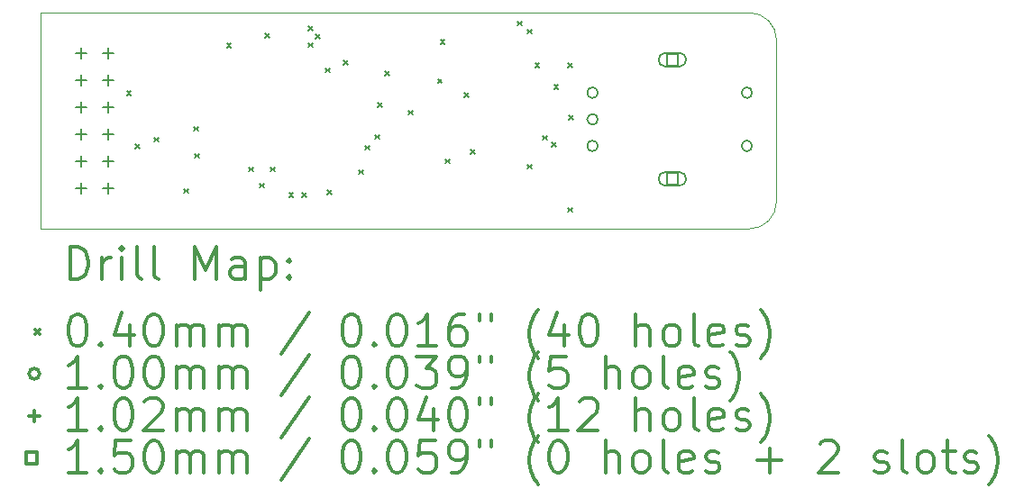
<source format=gbr>
%FSLAX45Y45*%
G04 Gerber Fmt 4.5, Leading zero omitted, Abs format (unit mm)*
G04 Created by KiCad (PCBNEW (5.1.9-0-10_14)) date 2021-05-04 13:02:18*
%MOMM*%
%LPD*%
G01*
G04 APERTURE LIST*
%TA.AperFunction,Profile*%
%ADD10C,0.120000*%
%TD*%
%ADD11C,0.200000*%
%ADD12C,0.300000*%
G04 APERTURE END LIST*
D10*
X8693150Y-11176000D02*
G75*
G02*
X8439150Y-11430000I-254000J0D01*
G01*
X8439150Y-9398000D02*
G75*
G02*
X8693150Y-9652000I0J-254000D01*
G01*
X1778000Y-11430000D02*
X1778000Y-9398000D01*
X8439150Y-11430000D02*
X1778000Y-11430000D01*
X8693150Y-9652000D02*
X8693150Y-11176000D01*
X1778000Y-9398000D02*
X8439150Y-9398000D01*
D11*
X2589850Y-10133650D02*
X2629850Y-10173650D01*
X2629850Y-10133650D02*
X2589850Y-10173650D01*
X2672400Y-10635300D02*
X2712400Y-10675300D01*
X2712400Y-10635300D02*
X2672400Y-10675300D01*
X2850200Y-10571800D02*
X2890200Y-10611800D01*
X2890200Y-10571800D02*
X2850200Y-10611800D01*
X3129600Y-11054400D02*
X3169600Y-11094400D01*
X3169600Y-11054400D02*
X3129600Y-11094400D01*
X3218500Y-10470200D02*
X3258500Y-10510200D01*
X3258500Y-10470200D02*
X3218500Y-10510200D01*
X3231200Y-10724200D02*
X3271200Y-10764200D01*
X3271200Y-10724200D02*
X3231200Y-10764200D01*
X3531475Y-9687325D02*
X3571475Y-9727325D01*
X3571475Y-9687325D02*
X3531475Y-9727325D01*
X3739200Y-10851200D02*
X3779200Y-10891200D01*
X3779200Y-10851200D02*
X3739200Y-10891200D01*
X3840800Y-11003600D02*
X3880800Y-11043600D01*
X3880800Y-11003600D02*
X3840800Y-11043600D01*
X3891600Y-9593900D02*
X3931600Y-9633900D01*
X3931600Y-9593900D02*
X3891600Y-9633900D01*
X3942400Y-10851200D02*
X3982400Y-10891200D01*
X3982400Y-10851200D02*
X3942400Y-10891200D01*
X4115105Y-11092500D02*
X4155105Y-11132500D01*
X4155105Y-11092500D02*
X4115105Y-11132500D01*
X4234500Y-11092500D02*
X4274500Y-11132500D01*
X4274500Y-11092500D02*
X4234500Y-11132500D01*
X4298000Y-9524101D02*
X4338000Y-9564101D01*
X4338000Y-9524101D02*
X4298000Y-9564101D01*
X4298000Y-9682800D02*
X4338000Y-9722800D01*
X4338000Y-9682800D02*
X4298000Y-9722800D01*
X4362044Y-9600902D02*
X4402044Y-9640902D01*
X4402044Y-9600902D02*
X4362044Y-9640902D01*
X4456750Y-9917750D02*
X4496750Y-9957750D01*
X4496750Y-9917750D02*
X4456750Y-9957750D01*
X4475800Y-11067100D02*
X4515800Y-11107100D01*
X4515800Y-11067100D02*
X4475800Y-11107100D01*
X4628200Y-9847900D02*
X4668200Y-9887900D01*
X4668200Y-9847900D02*
X4628200Y-9887900D01*
X4767900Y-10876600D02*
X4807900Y-10916600D01*
X4807900Y-10876600D02*
X4767900Y-10916600D01*
X4831400Y-10648000D02*
X4871400Y-10688000D01*
X4871400Y-10648000D02*
X4831400Y-10688000D01*
X4920300Y-10546400D02*
X4960300Y-10586400D01*
X4960300Y-10546400D02*
X4920300Y-10586400D01*
X4949340Y-10245240D02*
X4989340Y-10285240D01*
X4989340Y-10245240D02*
X4949340Y-10285240D01*
X5014725Y-9948675D02*
X5054725Y-9988675D01*
X5054725Y-9948675D02*
X5014725Y-9988675D01*
X5237800Y-10317800D02*
X5277800Y-10357800D01*
X5277800Y-10317800D02*
X5237800Y-10357800D01*
X5510850Y-10021175D02*
X5550850Y-10061175D01*
X5550850Y-10021175D02*
X5510850Y-10061175D01*
X5536250Y-9650317D02*
X5576250Y-9690317D01*
X5576250Y-9650317D02*
X5536250Y-9690317D01*
X5580700Y-10775000D02*
X5620700Y-10815000D01*
X5620700Y-10775000D02*
X5580700Y-10815000D01*
X5758500Y-10152700D02*
X5798500Y-10192700D01*
X5798500Y-10152700D02*
X5758500Y-10192700D01*
X5822000Y-10686100D02*
X5862000Y-10726100D01*
X5862000Y-10686100D02*
X5822000Y-10726100D01*
X6260150Y-9479600D02*
X6300150Y-9519600D01*
X6300150Y-9479600D02*
X6260150Y-9519600D01*
X6355400Y-9555800D02*
X6395400Y-9595800D01*
X6395400Y-9555800D02*
X6355400Y-9595800D01*
X6355400Y-10825800D02*
X6395400Y-10865800D01*
X6395400Y-10825800D02*
X6355400Y-10865800D01*
X6425250Y-9873300D02*
X6465250Y-9913300D01*
X6465250Y-9873300D02*
X6425250Y-9913300D01*
X6495100Y-10552750D02*
X6535100Y-10592750D01*
X6535100Y-10552750D02*
X6495100Y-10592750D01*
X6584000Y-10616250D02*
X6624000Y-10656250D01*
X6624000Y-10616250D02*
X6584000Y-10656250D01*
X6604000Y-10074000D02*
X6644000Y-10114000D01*
X6644000Y-10074000D02*
X6604000Y-10114000D01*
X6736400Y-9873300D02*
X6776400Y-9913300D01*
X6776400Y-9873300D02*
X6736400Y-9913300D01*
X6736400Y-11232200D02*
X6776400Y-11272200D01*
X6776400Y-11232200D02*
X6736400Y-11272200D01*
X6742750Y-10363999D02*
X6782750Y-10403999D01*
X6782750Y-10363999D02*
X6742750Y-10403999D01*
X7015250Y-10150100D02*
G75*
G03*
X7015250Y-10150100I-50000J0D01*
G01*
X7015250Y-10400100D02*
G75*
G03*
X7015250Y-10400100I-50000J0D01*
G01*
X7015250Y-10650100D02*
G75*
G03*
X7015250Y-10650100I-50000J0D01*
G01*
X8465250Y-10150100D02*
G75*
G03*
X8465250Y-10150100I-50000J0D01*
G01*
X8465250Y-10650100D02*
G75*
G03*
X8465250Y-10650100I-50000J0D01*
G01*
X2159000Y-9728200D02*
X2159000Y-9829800D01*
X2108200Y-9779000D02*
X2209800Y-9779000D01*
X2159000Y-9982200D02*
X2159000Y-10083800D01*
X2108200Y-10033000D02*
X2209800Y-10033000D01*
X2159000Y-10236200D02*
X2159000Y-10337800D01*
X2108200Y-10287000D02*
X2209800Y-10287000D01*
X2159000Y-10490200D02*
X2159000Y-10591800D01*
X2108200Y-10541000D02*
X2209800Y-10541000D01*
X2159000Y-10744200D02*
X2159000Y-10845800D01*
X2108200Y-10795000D02*
X2209800Y-10795000D01*
X2159000Y-10998200D02*
X2159000Y-11099800D01*
X2108200Y-11049000D02*
X2209800Y-11049000D01*
X2413000Y-9728200D02*
X2413000Y-9829800D01*
X2362200Y-9779000D02*
X2463800Y-9779000D01*
X2413000Y-9982200D02*
X2413000Y-10083800D01*
X2362200Y-10033000D02*
X2463800Y-10033000D01*
X2413000Y-10236200D02*
X2413000Y-10337800D01*
X2362200Y-10287000D02*
X2463800Y-10287000D01*
X2413000Y-10490200D02*
X2413000Y-10591800D01*
X2362200Y-10541000D02*
X2463800Y-10541000D01*
X2413000Y-10744200D02*
X2413000Y-10845800D01*
X2362200Y-10795000D02*
X2463800Y-10795000D01*
X2413000Y-10998200D02*
X2413000Y-11099800D01*
X2362200Y-11049000D02*
X2463800Y-11049000D01*
X7768283Y-9893134D02*
X7768283Y-9787067D01*
X7662216Y-9787067D01*
X7662216Y-9893134D01*
X7768283Y-9893134D01*
X7650250Y-9905100D02*
X7780250Y-9905100D01*
X7650250Y-9775100D02*
X7780250Y-9775100D01*
X7780250Y-9905100D02*
G75*
G03*
X7780250Y-9775100I0J65000D01*
G01*
X7650250Y-9775100D02*
G75*
G03*
X7650250Y-9905100I0J-65000D01*
G01*
X7768283Y-11013134D02*
X7768283Y-10907067D01*
X7662216Y-10907067D01*
X7662216Y-11013134D01*
X7768283Y-11013134D01*
X7650250Y-11025100D02*
X7780250Y-11025100D01*
X7650250Y-10895100D02*
X7780250Y-10895100D01*
X7780250Y-11025100D02*
G75*
G03*
X7780250Y-10895100I0J65000D01*
G01*
X7650250Y-10895100D02*
G75*
G03*
X7650250Y-11025100I0J-65000D01*
G01*
D12*
X2058428Y-11901714D02*
X2058428Y-11601714D01*
X2129857Y-11601714D01*
X2172714Y-11616000D01*
X2201286Y-11644571D01*
X2215571Y-11673143D01*
X2229857Y-11730286D01*
X2229857Y-11773143D01*
X2215571Y-11830286D01*
X2201286Y-11858857D01*
X2172714Y-11887429D01*
X2129857Y-11901714D01*
X2058428Y-11901714D01*
X2358428Y-11901714D02*
X2358428Y-11701714D01*
X2358428Y-11758857D02*
X2372714Y-11730286D01*
X2387000Y-11716000D01*
X2415571Y-11701714D01*
X2444143Y-11701714D01*
X2544143Y-11901714D02*
X2544143Y-11701714D01*
X2544143Y-11601714D02*
X2529857Y-11616000D01*
X2544143Y-11630286D01*
X2558428Y-11616000D01*
X2544143Y-11601714D01*
X2544143Y-11630286D01*
X2729857Y-11901714D02*
X2701286Y-11887429D01*
X2687000Y-11858857D01*
X2687000Y-11601714D01*
X2887000Y-11901714D02*
X2858428Y-11887429D01*
X2844143Y-11858857D01*
X2844143Y-11601714D01*
X3229857Y-11901714D02*
X3229857Y-11601714D01*
X3329857Y-11816000D01*
X3429857Y-11601714D01*
X3429857Y-11901714D01*
X3701286Y-11901714D02*
X3701286Y-11744571D01*
X3687000Y-11716000D01*
X3658428Y-11701714D01*
X3601286Y-11701714D01*
X3572714Y-11716000D01*
X3701286Y-11887429D02*
X3672714Y-11901714D01*
X3601286Y-11901714D01*
X3572714Y-11887429D01*
X3558428Y-11858857D01*
X3558428Y-11830286D01*
X3572714Y-11801714D01*
X3601286Y-11787429D01*
X3672714Y-11787429D01*
X3701286Y-11773143D01*
X3844143Y-11701714D02*
X3844143Y-12001714D01*
X3844143Y-11716000D02*
X3872714Y-11701714D01*
X3929857Y-11701714D01*
X3958428Y-11716000D01*
X3972714Y-11730286D01*
X3987000Y-11758857D01*
X3987000Y-11844571D01*
X3972714Y-11873143D01*
X3958428Y-11887429D01*
X3929857Y-11901714D01*
X3872714Y-11901714D01*
X3844143Y-11887429D01*
X4115571Y-11873143D02*
X4129857Y-11887429D01*
X4115571Y-11901714D01*
X4101286Y-11887429D01*
X4115571Y-11873143D01*
X4115571Y-11901714D01*
X4115571Y-11716000D02*
X4129857Y-11730286D01*
X4115571Y-11744571D01*
X4101286Y-11730286D01*
X4115571Y-11716000D01*
X4115571Y-11744571D01*
X1732000Y-12376000D02*
X1772000Y-12416000D01*
X1772000Y-12376000D02*
X1732000Y-12416000D01*
X2115571Y-12231714D02*
X2144143Y-12231714D01*
X2172714Y-12246000D01*
X2187000Y-12260286D01*
X2201286Y-12288857D01*
X2215571Y-12346000D01*
X2215571Y-12417429D01*
X2201286Y-12474571D01*
X2187000Y-12503143D01*
X2172714Y-12517429D01*
X2144143Y-12531714D01*
X2115571Y-12531714D01*
X2087000Y-12517429D01*
X2072714Y-12503143D01*
X2058428Y-12474571D01*
X2044143Y-12417429D01*
X2044143Y-12346000D01*
X2058428Y-12288857D01*
X2072714Y-12260286D01*
X2087000Y-12246000D01*
X2115571Y-12231714D01*
X2344143Y-12503143D02*
X2358428Y-12517429D01*
X2344143Y-12531714D01*
X2329857Y-12517429D01*
X2344143Y-12503143D01*
X2344143Y-12531714D01*
X2615571Y-12331714D02*
X2615571Y-12531714D01*
X2544143Y-12217429D02*
X2472714Y-12431714D01*
X2658428Y-12431714D01*
X2829857Y-12231714D02*
X2858428Y-12231714D01*
X2887000Y-12246000D01*
X2901286Y-12260286D01*
X2915571Y-12288857D01*
X2929857Y-12346000D01*
X2929857Y-12417429D01*
X2915571Y-12474571D01*
X2901286Y-12503143D01*
X2887000Y-12517429D01*
X2858428Y-12531714D01*
X2829857Y-12531714D01*
X2801286Y-12517429D01*
X2787000Y-12503143D01*
X2772714Y-12474571D01*
X2758428Y-12417429D01*
X2758428Y-12346000D01*
X2772714Y-12288857D01*
X2787000Y-12260286D01*
X2801286Y-12246000D01*
X2829857Y-12231714D01*
X3058428Y-12531714D02*
X3058428Y-12331714D01*
X3058428Y-12360286D02*
X3072714Y-12346000D01*
X3101286Y-12331714D01*
X3144143Y-12331714D01*
X3172714Y-12346000D01*
X3187000Y-12374571D01*
X3187000Y-12531714D01*
X3187000Y-12374571D02*
X3201286Y-12346000D01*
X3229857Y-12331714D01*
X3272714Y-12331714D01*
X3301286Y-12346000D01*
X3315571Y-12374571D01*
X3315571Y-12531714D01*
X3458428Y-12531714D02*
X3458428Y-12331714D01*
X3458428Y-12360286D02*
X3472714Y-12346000D01*
X3501286Y-12331714D01*
X3544143Y-12331714D01*
X3572714Y-12346000D01*
X3587000Y-12374571D01*
X3587000Y-12531714D01*
X3587000Y-12374571D02*
X3601286Y-12346000D01*
X3629857Y-12331714D01*
X3672714Y-12331714D01*
X3701286Y-12346000D01*
X3715571Y-12374571D01*
X3715571Y-12531714D01*
X4301286Y-12217429D02*
X4044143Y-12603143D01*
X4687000Y-12231714D02*
X4715571Y-12231714D01*
X4744143Y-12246000D01*
X4758428Y-12260286D01*
X4772714Y-12288857D01*
X4787000Y-12346000D01*
X4787000Y-12417429D01*
X4772714Y-12474571D01*
X4758428Y-12503143D01*
X4744143Y-12517429D01*
X4715571Y-12531714D01*
X4687000Y-12531714D01*
X4658428Y-12517429D01*
X4644143Y-12503143D01*
X4629857Y-12474571D01*
X4615571Y-12417429D01*
X4615571Y-12346000D01*
X4629857Y-12288857D01*
X4644143Y-12260286D01*
X4658428Y-12246000D01*
X4687000Y-12231714D01*
X4915571Y-12503143D02*
X4929857Y-12517429D01*
X4915571Y-12531714D01*
X4901286Y-12517429D01*
X4915571Y-12503143D01*
X4915571Y-12531714D01*
X5115571Y-12231714D02*
X5144143Y-12231714D01*
X5172714Y-12246000D01*
X5187000Y-12260286D01*
X5201286Y-12288857D01*
X5215571Y-12346000D01*
X5215571Y-12417429D01*
X5201286Y-12474571D01*
X5187000Y-12503143D01*
X5172714Y-12517429D01*
X5144143Y-12531714D01*
X5115571Y-12531714D01*
X5087000Y-12517429D01*
X5072714Y-12503143D01*
X5058428Y-12474571D01*
X5044143Y-12417429D01*
X5044143Y-12346000D01*
X5058428Y-12288857D01*
X5072714Y-12260286D01*
X5087000Y-12246000D01*
X5115571Y-12231714D01*
X5501286Y-12531714D02*
X5329857Y-12531714D01*
X5415571Y-12531714D02*
X5415571Y-12231714D01*
X5387000Y-12274571D01*
X5358428Y-12303143D01*
X5329857Y-12317429D01*
X5758428Y-12231714D02*
X5701286Y-12231714D01*
X5672714Y-12246000D01*
X5658428Y-12260286D01*
X5629857Y-12303143D01*
X5615571Y-12360286D01*
X5615571Y-12474571D01*
X5629857Y-12503143D01*
X5644143Y-12517429D01*
X5672714Y-12531714D01*
X5729857Y-12531714D01*
X5758428Y-12517429D01*
X5772714Y-12503143D01*
X5787000Y-12474571D01*
X5787000Y-12403143D01*
X5772714Y-12374571D01*
X5758428Y-12360286D01*
X5729857Y-12346000D01*
X5672714Y-12346000D01*
X5644143Y-12360286D01*
X5629857Y-12374571D01*
X5615571Y-12403143D01*
X5901286Y-12231714D02*
X5901286Y-12288857D01*
X6015571Y-12231714D02*
X6015571Y-12288857D01*
X6458428Y-12646000D02*
X6444143Y-12631714D01*
X6415571Y-12588857D01*
X6401286Y-12560286D01*
X6387000Y-12517429D01*
X6372714Y-12446000D01*
X6372714Y-12388857D01*
X6387000Y-12317429D01*
X6401286Y-12274571D01*
X6415571Y-12246000D01*
X6444143Y-12203143D01*
X6458428Y-12188857D01*
X6701286Y-12331714D02*
X6701286Y-12531714D01*
X6629857Y-12217429D02*
X6558428Y-12431714D01*
X6744143Y-12431714D01*
X6915571Y-12231714D02*
X6944143Y-12231714D01*
X6972714Y-12246000D01*
X6987000Y-12260286D01*
X7001286Y-12288857D01*
X7015571Y-12346000D01*
X7015571Y-12417429D01*
X7001286Y-12474571D01*
X6987000Y-12503143D01*
X6972714Y-12517429D01*
X6944143Y-12531714D01*
X6915571Y-12531714D01*
X6887000Y-12517429D01*
X6872714Y-12503143D01*
X6858428Y-12474571D01*
X6844143Y-12417429D01*
X6844143Y-12346000D01*
X6858428Y-12288857D01*
X6872714Y-12260286D01*
X6887000Y-12246000D01*
X6915571Y-12231714D01*
X7372714Y-12531714D02*
X7372714Y-12231714D01*
X7501286Y-12531714D02*
X7501286Y-12374571D01*
X7487000Y-12346000D01*
X7458428Y-12331714D01*
X7415571Y-12331714D01*
X7387000Y-12346000D01*
X7372714Y-12360286D01*
X7687000Y-12531714D02*
X7658428Y-12517429D01*
X7644143Y-12503143D01*
X7629857Y-12474571D01*
X7629857Y-12388857D01*
X7644143Y-12360286D01*
X7658428Y-12346000D01*
X7687000Y-12331714D01*
X7729857Y-12331714D01*
X7758428Y-12346000D01*
X7772714Y-12360286D01*
X7787000Y-12388857D01*
X7787000Y-12474571D01*
X7772714Y-12503143D01*
X7758428Y-12517429D01*
X7729857Y-12531714D01*
X7687000Y-12531714D01*
X7958428Y-12531714D02*
X7929857Y-12517429D01*
X7915571Y-12488857D01*
X7915571Y-12231714D01*
X8187000Y-12517429D02*
X8158428Y-12531714D01*
X8101286Y-12531714D01*
X8072714Y-12517429D01*
X8058428Y-12488857D01*
X8058428Y-12374571D01*
X8072714Y-12346000D01*
X8101286Y-12331714D01*
X8158428Y-12331714D01*
X8187000Y-12346000D01*
X8201286Y-12374571D01*
X8201286Y-12403143D01*
X8058428Y-12431714D01*
X8315571Y-12517429D02*
X8344143Y-12531714D01*
X8401286Y-12531714D01*
X8429857Y-12517429D01*
X8444143Y-12488857D01*
X8444143Y-12474571D01*
X8429857Y-12446000D01*
X8401286Y-12431714D01*
X8358428Y-12431714D01*
X8329857Y-12417429D01*
X8315571Y-12388857D01*
X8315571Y-12374571D01*
X8329857Y-12346000D01*
X8358428Y-12331714D01*
X8401286Y-12331714D01*
X8429857Y-12346000D01*
X8544143Y-12646000D02*
X8558428Y-12631714D01*
X8587000Y-12588857D01*
X8601286Y-12560286D01*
X8615571Y-12517429D01*
X8629857Y-12446000D01*
X8629857Y-12388857D01*
X8615571Y-12317429D01*
X8601286Y-12274571D01*
X8587000Y-12246000D01*
X8558428Y-12203143D01*
X8544143Y-12188857D01*
X1772000Y-12792000D02*
G75*
G03*
X1772000Y-12792000I-50000J0D01*
G01*
X2215571Y-12927714D02*
X2044143Y-12927714D01*
X2129857Y-12927714D02*
X2129857Y-12627714D01*
X2101286Y-12670571D01*
X2072714Y-12699143D01*
X2044143Y-12713429D01*
X2344143Y-12899143D02*
X2358428Y-12913429D01*
X2344143Y-12927714D01*
X2329857Y-12913429D01*
X2344143Y-12899143D01*
X2344143Y-12927714D01*
X2544143Y-12627714D02*
X2572714Y-12627714D01*
X2601286Y-12642000D01*
X2615571Y-12656286D01*
X2629857Y-12684857D01*
X2644143Y-12742000D01*
X2644143Y-12813429D01*
X2629857Y-12870571D01*
X2615571Y-12899143D01*
X2601286Y-12913429D01*
X2572714Y-12927714D01*
X2544143Y-12927714D01*
X2515571Y-12913429D01*
X2501286Y-12899143D01*
X2487000Y-12870571D01*
X2472714Y-12813429D01*
X2472714Y-12742000D01*
X2487000Y-12684857D01*
X2501286Y-12656286D01*
X2515571Y-12642000D01*
X2544143Y-12627714D01*
X2829857Y-12627714D02*
X2858428Y-12627714D01*
X2887000Y-12642000D01*
X2901286Y-12656286D01*
X2915571Y-12684857D01*
X2929857Y-12742000D01*
X2929857Y-12813429D01*
X2915571Y-12870571D01*
X2901286Y-12899143D01*
X2887000Y-12913429D01*
X2858428Y-12927714D01*
X2829857Y-12927714D01*
X2801286Y-12913429D01*
X2787000Y-12899143D01*
X2772714Y-12870571D01*
X2758428Y-12813429D01*
X2758428Y-12742000D01*
X2772714Y-12684857D01*
X2787000Y-12656286D01*
X2801286Y-12642000D01*
X2829857Y-12627714D01*
X3058428Y-12927714D02*
X3058428Y-12727714D01*
X3058428Y-12756286D02*
X3072714Y-12742000D01*
X3101286Y-12727714D01*
X3144143Y-12727714D01*
X3172714Y-12742000D01*
X3187000Y-12770571D01*
X3187000Y-12927714D01*
X3187000Y-12770571D02*
X3201286Y-12742000D01*
X3229857Y-12727714D01*
X3272714Y-12727714D01*
X3301286Y-12742000D01*
X3315571Y-12770571D01*
X3315571Y-12927714D01*
X3458428Y-12927714D02*
X3458428Y-12727714D01*
X3458428Y-12756286D02*
X3472714Y-12742000D01*
X3501286Y-12727714D01*
X3544143Y-12727714D01*
X3572714Y-12742000D01*
X3587000Y-12770571D01*
X3587000Y-12927714D01*
X3587000Y-12770571D02*
X3601286Y-12742000D01*
X3629857Y-12727714D01*
X3672714Y-12727714D01*
X3701286Y-12742000D01*
X3715571Y-12770571D01*
X3715571Y-12927714D01*
X4301286Y-12613429D02*
X4044143Y-12999143D01*
X4687000Y-12627714D02*
X4715571Y-12627714D01*
X4744143Y-12642000D01*
X4758428Y-12656286D01*
X4772714Y-12684857D01*
X4787000Y-12742000D01*
X4787000Y-12813429D01*
X4772714Y-12870571D01*
X4758428Y-12899143D01*
X4744143Y-12913429D01*
X4715571Y-12927714D01*
X4687000Y-12927714D01*
X4658428Y-12913429D01*
X4644143Y-12899143D01*
X4629857Y-12870571D01*
X4615571Y-12813429D01*
X4615571Y-12742000D01*
X4629857Y-12684857D01*
X4644143Y-12656286D01*
X4658428Y-12642000D01*
X4687000Y-12627714D01*
X4915571Y-12899143D02*
X4929857Y-12913429D01*
X4915571Y-12927714D01*
X4901286Y-12913429D01*
X4915571Y-12899143D01*
X4915571Y-12927714D01*
X5115571Y-12627714D02*
X5144143Y-12627714D01*
X5172714Y-12642000D01*
X5187000Y-12656286D01*
X5201286Y-12684857D01*
X5215571Y-12742000D01*
X5215571Y-12813429D01*
X5201286Y-12870571D01*
X5187000Y-12899143D01*
X5172714Y-12913429D01*
X5144143Y-12927714D01*
X5115571Y-12927714D01*
X5087000Y-12913429D01*
X5072714Y-12899143D01*
X5058428Y-12870571D01*
X5044143Y-12813429D01*
X5044143Y-12742000D01*
X5058428Y-12684857D01*
X5072714Y-12656286D01*
X5087000Y-12642000D01*
X5115571Y-12627714D01*
X5315571Y-12627714D02*
X5501286Y-12627714D01*
X5401286Y-12742000D01*
X5444143Y-12742000D01*
X5472714Y-12756286D01*
X5487000Y-12770571D01*
X5501286Y-12799143D01*
X5501286Y-12870571D01*
X5487000Y-12899143D01*
X5472714Y-12913429D01*
X5444143Y-12927714D01*
X5358428Y-12927714D01*
X5329857Y-12913429D01*
X5315571Y-12899143D01*
X5644143Y-12927714D02*
X5701286Y-12927714D01*
X5729857Y-12913429D01*
X5744143Y-12899143D01*
X5772714Y-12856286D01*
X5787000Y-12799143D01*
X5787000Y-12684857D01*
X5772714Y-12656286D01*
X5758428Y-12642000D01*
X5729857Y-12627714D01*
X5672714Y-12627714D01*
X5644143Y-12642000D01*
X5629857Y-12656286D01*
X5615571Y-12684857D01*
X5615571Y-12756286D01*
X5629857Y-12784857D01*
X5644143Y-12799143D01*
X5672714Y-12813429D01*
X5729857Y-12813429D01*
X5758428Y-12799143D01*
X5772714Y-12784857D01*
X5787000Y-12756286D01*
X5901286Y-12627714D02*
X5901286Y-12684857D01*
X6015571Y-12627714D02*
X6015571Y-12684857D01*
X6458428Y-13042000D02*
X6444143Y-13027714D01*
X6415571Y-12984857D01*
X6401286Y-12956286D01*
X6387000Y-12913429D01*
X6372714Y-12842000D01*
X6372714Y-12784857D01*
X6387000Y-12713429D01*
X6401286Y-12670571D01*
X6415571Y-12642000D01*
X6444143Y-12599143D01*
X6458428Y-12584857D01*
X6715571Y-12627714D02*
X6572714Y-12627714D01*
X6558428Y-12770571D01*
X6572714Y-12756286D01*
X6601286Y-12742000D01*
X6672714Y-12742000D01*
X6701286Y-12756286D01*
X6715571Y-12770571D01*
X6729857Y-12799143D01*
X6729857Y-12870571D01*
X6715571Y-12899143D01*
X6701286Y-12913429D01*
X6672714Y-12927714D01*
X6601286Y-12927714D01*
X6572714Y-12913429D01*
X6558428Y-12899143D01*
X7087000Y-12927714D02*
X7087000Y-12627714D01*
X7215571Y-12927714D02*
X7215571Y-12770571D01*
X7201286Y-12742000D01*
X7172714Y-12727714D01*
X7129857Y-12727714D01*
X7101286Y-12742000D01*
X7087000Y-12756286D01*
X7401286Y-12927714D02*
X7372714Y-12913429D01*
X7358428Y-12899143D01*
X7344143Y-12870571D01*
X7344143Y-12784857D01*
X7358428Y-12756286D01*
X7372714Y-12742000D01*
X7401286Y-12727714D01*
X7444143Y-12727714D01*
X7472714Y-12742000D01*
X7487000Y-12756286D01*
X7501286Y-12784857D01*
X7501286Y-12870571D01*
X7487000Y-12899143D01*
X7472714Y-12913429D01*
X7444143Y-12927714D01*
X7401286Y-12927714D01*
X7672714Y-12927714D02*
X7644143Y-12913429D01*
X7629857Y-12884857D01*
X7629857Y-12627714D01*
X7901286Y-12913429D02*
X7872714Y-12927714D01*
X7815571Y-12927714D01*
X7787000Y-12913429D01*
X7772714Y-12884857D01*
X7772714Y-12770571D01*
X7787000Y-12742000D01*
X7815571Y-12727714D01*
X7872714Y-12727714D01*
X7901286Y-12742000D01*
X7915571Y-12770571D01*
X7915571Y-12799143D01*
X7772714Y-12827714D01*
X8029857Y-12913429D02*
X8058428Y-12927714D01*
X8115571Y-12927714D01*
X8144143Y-12913429D01*
X8158428Y-12884857D01*
X8158428Y-12870571D01*
X8144143Y-12842000D01*
X8115571Y-12827714D01*
X8072714Y-12827714D01*
X8044143Y-12813429D01*
X8029857Y-12784857D01*
X8029857Y-12770571D01*
X8044143Y-12742000D01*
X8072714Y-12727714D01*
X8115571Y-12727714D01*
X8144143Y-12742000D01*
X8258428Y-13042000D02*
X8272714Y-13027714D01*
X8301286Y-12984857D01*
X8315571Y-12956286D01*
X8329857Y-12913429D01*
X8344143Y-12842000D01*
X8344143Y-12784857D01*
X8329857Y-12713429D01*
X8315571Y-12670571D01*
X8301286Y-12642000D01*
X8272714Y-12599143D01*
X8258428Y-12584857D01*
X1721200Y-13137200D02*
X1721200Y-13238800D01*
X1670400Y-13188000D02*
X1772000Y-13188000D01*
X2215571Y-13323714D02*
X2044143Y-13323714D01*
X2129857Y-13323714D02*
X2129857Y-13023714D01*
X2101286Y-13066571D01*
X2072714Y-13095143D01*
X2044143Y-13109429D01*
X2344143Y-13295143D02*
X2358428Y-13309429D01*
X2344143Y-13323714D01*
X2329857Y-13309429D01*
X2344143Y-13295143D01*
X2344143Y-13323714D01*
X2544143Y-13023714D02*
X2572714Y-13023714D01*
X2601286Y-13038000D01*
X2615571Y-13052286D01*
X2629857Y-13080857D01*
X2644143Y-13138000D01*
X2644143Y-13209429D01*
X2629857Y-13266571D01*
X2615571Y-13295143D01*
X2601286Y-13309429D01*
X2572714Y-13323714D01*
X2544143Y-13323714D01*
X2515571Y-13309429D01*
X2501286Y-13295143D01*
X2487000Y-13266571D01*
X2472714Y-13209429D01*
X2472714Y-13138000D01*
X2487000Y-13080857D01*
X2501286Y-13052286D01*
X2515571Y-13038000D01*
X2544143Y-13023714D01*
X2758428Y-13052286D02*
X2772714Y-13038000D01*
X2801286Y-13023714D01*
X2872714Y-13023714D01*
X2901286Y-13038000D01*
X2915571Y-13052286D01*
X2929857Y-13080857D01*
X2929857Y-13109429D01*
X2915571Y-13152286D01*
X2744143Y-13323714D01*
X2929857Y-13323714D01*
X3058428Y-13323714D02*
X3058428Y-13123714D01*
X3058428Y-13152286D02*
X3072714Y-13138000D01*
X3101286Y-13123714D01*
X3144143Y-13123714D01*
X3172714Y-13138000D01*
X3187000Y-13166571D01*
X3187000Y-13323714D01*
X3187000Y-13166571D02*
X3201286Y-13138000D01*
X3229857Y-13123714D01*
X3272714Y-13123714D01*
X3301286Y-13138000D01*
X3315571Y-13166571D01*
X3315571Y-13323714D01*
X3458428Y-13323714D02*
X3458428Y-13123714D01*
X3458428Y-13152286D02*
X3472714Y-13138000D01*
X3501286Y-13123714D01*
X3544143Y-13123714D01*
X3572714Y-13138000D01*
X3587000Y-13166571D01*
X3587000Y-13323714D01*
X3587000Y-13166571D02*
X3601286Y-13138000D01*
X3629857Y-13123714D01*
X3672714Y-13123714D01*
X3701286Y-13138000D01*
X3715571Y-13166571D01*
X3715571Y-13323714D01*
X4301286Y-13009429D02*
X4044143Y-13395143D01*
X4687000Y-13023714D02*
X4715571Y-13023714D01*
X4744143Y-13038000D01*
X4758428Y-13052286D01*
X4772714Y-13080857D01*
X4787000Y-13138000D01*
X4787000Y-13209429D01*
X4772714Y-13266571D01*
X4758428Y-13295143D01*
X4744143Y-13309429D01*
X4715571Y-13323714D01*
X4687000Y-13323714D01*
X4658428Y-13309429D01*
X4644143Y-13295143D01*
X4629857Y-13266571D01*
X4615571Y-13209429D01*
X4615571Y-13138000D01*
X4629857Y-13080857D01*
X4644143Y-13052286D01*
X4658428Y-13038000D01*
X4687000Y-13023714D01*
X4915571Y-13295143D02*
X4929857Y-13309429D01*
X4915571Y-13323714D01*
X4901286Y-13309429D01*
X4915571Y-13295143D01*
X4915571Y-13323714D01*
X5115571Y-13023714D02*
X5144143Y-13023714D01*
X5172714Y-13038000D01*
X5187000Y-13052286D01*
X5201286Y-13080857D01*
X5215571Y-13138000D01*
X5215571Y-13209429D01*
X5201286Y-13266571D01*
X5187000Y-13295143D01*
X5172714Y-13309429D01*
X5144143Y-13323714D01*
X5115571Y-13323714D01*
X5087000Y-13309429D01*
X5072714Y-13295143D01*
X5058428Y-13266571D01*
X5044143Y-13209429D01*
X5044143Y-13138000D01*
X5058428Y-13080857D01*
X5072714Y-13052286D01*
X5087000Y-13038000D01*
X5115571Y-13023714D01*
X5472714Y-13123714D02*
X5472714Y-13323714D01*
X5401286Y-13009429D02*
X5329857Y-13223714D01*
X5515571Y-13223714D01*
X5687000Y-13023714D02*
X5715571Y-13023714D01*
X5744143Y-13038000D01*
X5758428Y-13052286D01*
X5772714Y-13080857D01*
X5787000Y-13138000D01*
X5787000Y-13209429D01*
X5772714Y-13266571D01*
X5758428Y-13295143D01*
X5744143Y-13309429D01*
X5715571Y-13323714D01*
X5687000Y-13323714D01*
X5658428Y-13309429D01*
X5644143Y-13295143D01*
X5629857Y-13266571D01*
X5615571Y-13209429D01*
X5615571Y-13138000D01*
X5629857Y-13080857D01*
X5644143Y-13052286D01*
X5658428Y-13038000D01*
X5687000Y-13023714D01*
X5901286Y-13023714D02*
X5901286Y-13080857D01*
X6015571Y-13023714D02*
X6015571Y-13080857D01*
X6458428Y-13438000D02*
X6444143Y-13423714D01*
X6415571Y-13380857D01*
X6401286Y-13352286D01*
X6387000Y-13309429D01*
X6372714Y-13238000D01*
X6372714Y-13180857D01*
X6387000Y-13109429D01*
X6401286Y-13066571D01*
X6415571Y-13038000D01*
X6444143Y-12995143D01*
X6458428Y-12980857D01*
X6729857Y-13323714D02*
X6558428Y-13323714D01*
X6644143Y-13323714D02*
X6644143Y-13023714D01*
X6615571Y-13066571D01*
X6587000Y-13095143D01*
X6558428Y-13109429D01*
X6844143Y-13052286D02*
X6858428Y-13038000D01*
X6887000Y-13023714D01*
X6958428Y-13023714D01*
X6987000Y-13038000D01*
X7001286Y-13052286D01*
X7015571Y-13080857D01*
X7015571Y-13109429D01*
X7001286Y-13152286D01*
X6829857Y-13323714D01*
X7015571Y-13323714D01*
X7372714Y-13323714D02*
X7372714Y-13023714D01*
X7501286Y-13323714D02*
X7501286Y-13166571D01*
X7487000Y-13138000D01*
X7458428Y-13123714D01*
X7415571Y-13123714D01*
X7387000Y-13138000D01*
X7372714Y-13152286D01*
X7687000Y-13323714D02*
X7658428Y-13309429D01*
X7644143Y-13295143D01*
X7629857Y-13266571D01*
X7629857Y-13180857D01*
X7644143Y-13152286D01*
X7658428Y-13138000D01*
X7687000Y-13123714D01*
X7729857Y-13123714D01*
X7758428Y-13138000D01*
X7772714Y-13152286D01*
X7787000Y-13180857D01*
X7787000Y-13266571D01*
X7772714Y-13295143D01*
X7758428Y-13309429D01*
X7729857Y-13323714D01*
X7687000Y-13323714D01*
X7958428Y-13323714D02*
X7929857Y-13309429D01*
X7915571Y-13280857D01*
X7915571Y-13023714D01*
X8187000Y-13309429D02*
X8158428Y-13323714D01*
X8101286Y-13323714D01*
X8072714Y-13309429D01*
X8058428Y-13280857D01*
X8058428Y-13166571D01*
X8072714Y-13138000D01*
X8101286Y-13123714D01*
X8158428Y-13123714D01*
X8187000Y-13138000D01*
X8201286Y-13166571D01*
X8201286Y-13195143D01*
X8058428Y-13223714D01*
X8315571Y-13309429D02*
X8344143Y-13323714D01*
X8401286Y-13323714D01*
X8429857Y-13309429D01*
X8444143Y-13280857D01*
X8444143Y-13266571D01*
X8429857Y-13238000D01*
X8401286Y-13223714D01*
X8358428Y-13223714D01*
X8329857Y-13209429D01*
X8315571Y-13180857D01*
X8315571Y-13166571D01*
X8329857Y-13138000D01*
X8358428Y-13123714D01*
X8401286Y-13123714D01*
X8429857Y-13138000D01*
X8544143Y-13438000D02*
X8558428Y-13423714D01*
X8587000Y-13380857D01*
X8601286Y-13352286D01*
X8615571Y-13309429D01*
X8629857Y-13238000D01*
X8629857Y-13180857D01*
X8615571Y-13109429D01*
X8601286Y-13066571D01*
X8587000Y-13038000D01*
X8558428Y-12995143D01*
X8544143Y-12980857D01*
X1750033Y-13637034D02*
X1750033Y-13530967D01*
X1643966Y-13530967D01*
X1643966Y-13637034D01*
X1750033Y-13637034D01*
X2215571Y-13719714D02*
X2044143Y-13719714D01*
X2129857Y-13719714D02*
X2129857Y-13419714D01*
X2101286Y-13462571D01*
X2072714Y-13491143D01*
X2044143Y-13505429D01*
X2344143Y-13691143D02*
X2358428Y-13705429D01*
X2344143Y-13719714D01*
X2329857Y-13705429D01*
X2344143Y-13691143D01*
X2344143Y-13719714D01*
X2629857Y-13419714D02*
X2487000Y-13419714D01*
X2472714Y-13562571D01*
X2487000Y-13548286D01*
X2515571Y-13534000D01*
X2587000Y-13534000D01*
X2615571Y-13548286D01*
X2629857Y-13562571D01*
X2644143Y-13591143D01*
X2644143Y-13662571D01*
X2629857Y-13691143D01*
X2615571Y-13705429D01*
X2587000Y-13719714D01*
X2515571Y-13719714D01*
X2487000Y-13705429D01*
X2472714Y-13691143D01*
X2829857Y-13419714D02*
X2858428Y-13419714D01*
X2887000Y-13434000D01*
X2901286Y-13448286D01*
X2915571Y-13476857D01*
X2929857Y-13534000D01*
X2929857Y-13605429D01*
X2915571Y-13662571D01*
X2901286Y-13691143D01*
X2887000Y-13705429D01*
X2858428Y-13719714D01*
X2829857Y-13719714D01*
X2801286Y-13705429D01*
X2787000Y-13691143D01*
X2772714Y-13662571D01*
X2758428Y-13605429D01*
X2758428Y-13534000D01*
X2772714Y-13476857D01*
X2787000Y-13448286D01*
X2801286Y-13434000D01*
X2829857Y-13419714D01*
X3058428Y-13719714D02*
X3058428Y-13519714D01*
X3058428Y-13548286D02*
X3072714Y-13534000D01*
X3101286Y-13519714D01*
X3144143Y-13519714D01*
X3172714Y-13534000D01*
X3187000Y-13562571D01*
X3187000Y-13719714D01*
X3187000Y-13562571D02*
X3201286Y-13534000D01*
X3229857Y-13519714D01*
X3272714Y-13519714D01*
X3301286Y-13534000D01*
X3315571Y-13562571D01*
X3315571Y-13719714D01*
X3458428Y-13719714D02*
X3458428Y-13519714D01*
X3458428Y-13548286D02*
X3472714Y-13534000D01*
X3501286Y-13519714D01*
X3544143Y-13519714D01*
X3572714Y-13534000D01*
X3587000Y-13562571D01*
X3587000Y-13719714D01*
X3587000Y-13562571D02*
X3601286Y-13534000D01*
X3629857Y-13519714D01*
X3672714Y-13519714D01*
X3701286Y-13534000D01*
X3715571Y-13562571D01*
X3715571Y-13719714D01*
X4301286Y-13405429D02*
X4044143Y-13791143D01*
X4687000Y-13419714D02*
X4715571Y-13419714D01*
X4744143Y-13434000D01*
X4758428Y-13448286D01*
X4772714Y-13476857D01*
X4787000Y-13534000D01*
X4787000Y-13605429D01*
X4772714Y-13662571D01*
X4758428Y-13691143D01*
X4744143Y-13705429D01*
X4715571Y-13719714D01*
X4687000Y-13719714D01*
X4658428Y-13705429D01*
X4644143Y-13691143D01*
X4629857Y-13662571D01*
X4615571Y-13605429D01*
X4615571Y-13534000D01*
X4629857Y-13476857D01*
X4644143Y-13448286D01*
X4658428Y-13434000D01*
X4687000Y-13419714D01*
X4915571Y-13691143D02*
X4929857Y-13705429D01*
X4915571Y-13719714D01*
X4901286Y-13705429D01*
X4915571Y-13691143D01*
X4915571Y-13719714D01*
X5115571Y-13419714D02*
X5144143Y-13419714D01*
X5172714Y-13434000D01*
X5187000Y-13448286D01*
X5201286Y-13476857D01*
X5215571Y-13534000D01*
X5215571Y-13605429D01*
X5201286Y-13662571D01*
X5187000Y-13691143D01*
X5172714Y-13705429D01*
X5144143Y-13719714D01*
X5115571Y-13719714D01*
X5087000Y-13705429D01*
X5072714Y-13691143D01*
X5058428Y-13662571D01*
X5044143Y-13605429D01*
X5044143Y-13534000D01*
X5058428Y-13476857D01*
X5072714Y-13448286D01*
X5087000Y-13434000D01*
X5115571Y-13419714D01*
X5487000Y-13419714D02*
X5344143Y-13419714D01*
X5329857Y-13562571D01*
X5344143Y-13548286D01*
X5372714Y-13534000D01*
X5444143Y-13534000D01*
X5472714Y-13548286D01*
X5487000Y-13562571D01*
X5501286Y-13591143D01*
X5501286Y-13662571D01*
X5487000Y-13691143D01*
X5472714Y-13705429D01*
X5444143Y-13719714D01*
X5372714Y-13719714D01*
X5344143Y-13705429D01*
X5329857Y-13691143D01*
X5644143Y-13719714D02*
X5701286Y-13719714D01*
X5729857Y-13705429D01*
X5744143Y-13691143D01*
X5772714Y-13648286D01*
X5787000Y-13591143D01*
X5787000Y-13476857D01*
X5772714Y-13448286D01*
X5758428Y-13434000D01*
X5729857Y-13419714D01*
X5672714Y-13419714D01*
X5644143Y-13434000D01*
X5629857Y-13448286D01*
X5615571Y-13476857D01*
X5615571Y-13548286D01*
X5629857Y-13576857D01*
X5644143Y-13591143D01*
X5672714Y-13605429D01*
X5729857Y-13605429D01*
X5758428Y-13591143D01*
X5772714Y-13576857D01*
X5787000Y-13548286D01*
X5901286Y-13419714D02*
X5901286Y-13476857D01*
X6015571Y-13419714D02*
X6015571Y-13476857D01*
X6458428Y-13834000D02*
X6444143Y-13819714D01*
X6415571Y-13776857D01*
X6401286Y-13748286D01*
X6387000Y-13705429D01*
X6372714Y-13634000D01*
X6372714Y-13576857D01*
X6387000Y-13505429D01*
X6401286Y-13462571D01*
X6415571Y-13434000D01*
X6444143Y-13391143D01*
X6458428Y-13376857D01*
X6629857Y-13419714D02*
X6658428Y-13419714D01*
X6687000Y-13434000D01*
X6701286Y-13448286D01*
X6715571Y-13476857D01*
X6729857Y-13534000D01*
X6729857Y-13605429D01*
X6715571Y-13662571D01*
X6701286Y-13691143D01*
X6687000Y-13705429D01*
X6658428Y-13719714D01*
X6629857Y-13719714D01*
X6601286Y-13705429D01*
X6587000Y-13691143D01*
X6572714Y-13662571D01*
X6558428Y-13605429D01*
X6558428Y-13534000D01*
X6572714Y-13476857D01*
X6587000Y-13448286D01*
X6601286Y-13434000D01*
X6629857Y-13419714D01*
X7087000Y-13719714D02*
X7087000Y-13419714D01*
X7215571Y-13719714D02*
X7215571Y-13562571D01*
X7201286Y-13534000D01*
X7172714Y-13519714D01*
X7129857Y-13519714D01*
X7101286Y-13534000D01*
X7087000Y-13548286D01*
X7401286Y-13719714D02*
X7372714Y-13705429D01*
X7358428Y-13691143D01*
X7344143Y-13662571D01*
X7344143Y-13576857D01*
X7358428Y-13548286D01*
X7372714Y-13534000D01*
X7401286Y-13519714D01*
X7444143Y-13519714D01*
X7472714Y-13534000D01*
X7487000Y-13548286D01*
X7501286Y-13576857D01*
X7501286Y-13662571D01*
X7487000Y-13691143D01*
X7472714Y-13705429D01*
X7444143Y-13719714D01*
X7401286Y-13719714D01*
X7672714Y-13719714D02*
X7644143Y-13705429D01*
X7629857Y-13676857D01*
X7629857Y-13419714D01*
X7901286Y-13705429D02*
X7872714Y-13719714D01*
X7815571Y-13719714D01*
X7787000Y-13705429D01*
X7772714Y-13676857D01*
X7772714Y-13562571D01*
X7787000Y-13534000D01*
X7815571Y-13519714D01*
X7872714Y-13519714D01*
X7901286Y-13534000D01*
X7915571Y-13562571D01*
X7915571Y-13591143D01*
X7772714Y-13619714D01*
X8029857Y-13705429D02*
X8058428Y-13719714D01*
X8115571Y-13719714D01*
X8144143Y-13705429D01*
X8158428Y-13676857D01*
X8158428Y-13662571D01*
X8144143Y-13634000D01*
X8115571Y-13619714D01*
X8072714Y-13619714D01*
X8044143Y-13605429D01*
X8029857Y-13576857D01*
X8029857Y-13562571D01*
X8044143Y-13534000D01*
X8072714Y-13519714D01*
X8115571Y-13519714D01*
X8144143Y-13534000D01*
X8515571Y-13605429D02*
X8744143Y-13605429D01*
X8629857Y-13719714D02*
X8629857Y-13491143D01*
X9101286Y-13448286D02*
X9115571Y-13434000D01*
X9144143Y-13419714D01*
X9215571Y-13419714D01*
X9244143Y-13434000D01*
X9258428Y-13448286D01*
X9272714Y-13476857D01*
X9272714Y-13505429D01*
X9258428Y-13548286D01*
X9087000Y-13719714D01*
X9272714Y-13719714D01*
X9615571Y-13705429D02*
X9644143Y-13719714D01*
X9701286Y-13719714D01*
X9729857Y-13705429D01*
X9744143Y-13676857D01*
X9744143Y-13662571D01*
X9729857Y-13634000D01*
X9701286Y-13619714D01*
X9658428Y-13619714D01*
X9629857Y-13605429D01*
X9615571Y-13576857D01*
X9615571Y-13562571D01*
X9629857Y-13534000D01*
X9658428Y-13519714D01*
X9701286Y-13519714D01*
X9729857Y-13534000D01*
X9915571Y-13719714D02*
X9887000Y-13705429D01*
X9872714Y-13676857D01*
X9872714Y-13419714D01*
X10072714Y-13719714D02*
X10044143Y-13705429D01*
X10029857Y-13691143D01*
X10015571Y-13662571D01*
X10015571Y-13576857D01*
X10029857Y-13548286D01*
X10044143Y-13534000D01*
X10072714Y-13519714D01*
X10115571Y-13519714D01*
X10144143Y-13534000D01*
X10158428Y-13548286D01*
X10172714Y-13576857D01*
X10172714Y-13662571D01*
X10158428Y-13691143D01*
X10144143Y-13705429D01*
X10115571Y-13719714D01*
X10072714Y-13719714D01*
X10258428Y-13519714D02*
X10372714Y-13519714D01*
X10301286Y-13419714D02*
X10301286Y-13676857D01*
X10315571Y-13705429D01*
X10344143Y-13719714D01*
X10372714Y-13719714D01*
X10458428Y-13705429D02*
X10487000Y-13719714D01*
X10544143Y-13719714D01*
X10572714Y-13705429D01*
X10587000Y-13676857D01*
X10587000Y-13662571D01*
X10572714Y-13634000D01*
X10544143Y-13619714D01*
X10501286Y-13619714D01*
X10472714Y-13605429D01*
X10458428Y-13576857D01*
X10458428Y-13562571D01*
X10472714Y-13534000D01*
X10501286Y-13519714D01*
X10544143Y-13519714D01*
X10572714Y-13534000D01*
X10687000Y-13834000D02*
X10701286Y-13819714D01*
X10729857Y-13776857D01*
X10744143Y-13748286D01*
X10758428Y-13705429D01*
X10772714Y-13634000D01*
X10772714Y-13576857D01*
X10758428Y-13505429D01*
X10744143Y-13462571D01*
X10729857Y-13434000D01*
X10701286Y-13391143D01*
X10687000Y-13376857D01*
M02*

</source>
